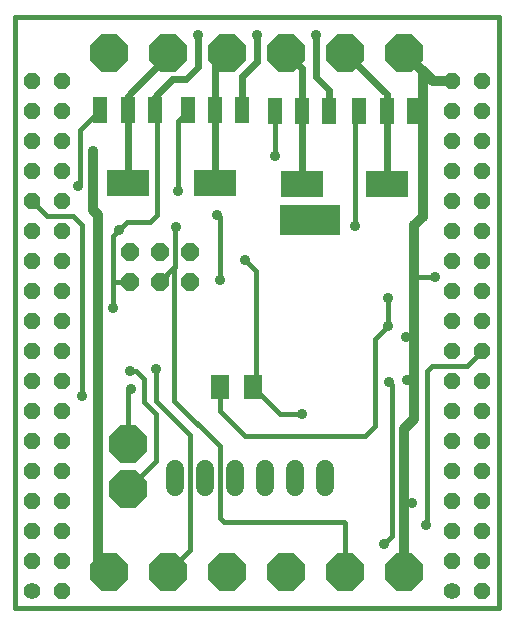
<source format=gbl>
G75*
%MOIN*%
%OFA0B0*%
%FSLAX24Y24*%
%IPPOS*%
%LPD*%
%AMOC8*
5,1,8,0,0,1.08239X$1,22.5*
%
%ADD10C,0.0160*%
%ADD11OC8,0.0600*%
%ADD12R,0.0480X0.0880*%
%ADD13R,0.1417X0.0866*%
%ADD14OC8,0.1250*%
%ADD15C,0.0600*%
%ADD16R,0.0630X0.0787*%
%ADD17C,0.0560*%
%ADD18OC8,0.0560*%
%ADD19R,0.2000X0.1000*%
%ADD20C,0.0356*%
%ADD21C,0.0320*%
%ADD22C,0.0240*%
%ADD23C,0.0060*%
D10*
X001046Y000180D02*
X017188Y000180D01*
X017188Y019865D01*
X001046Y019865D01*
X001046Y000180D01*
X004821Y004137D02*
X005758Y005074D01*
X005758Y006625D01*
X005355Y007028D01*
X005355Y007788D01*
X005077Y008066D01*
X004888Y008066D01*
X004912Y007475D02*
X004810Y007373D01*
X004810Y005641D01*
X005758Y007078D02*
X005758Y008133D01*
X005790Y008101D01*
X005758Y007078D02*
X006904Y005932D01*
X006904Y002101D01*
X006164Y001361D01*
X007888Y003168D02*
X007888Y005558D01*
X006371Y007076D01*
X006371Y011524D01*
X005884Y011038D01*
X006371Y011524D02*
X006384Y011538D01*
X006384Y012818D01*
X006432Y012865D01*
X005794Y013263D02*
X005794Y016704D01*
X005719Y016778D01*
X006475Y016420D02*
X006475Y014086D01*
X005794Y013263D02*
X005573Y013042D01*
X004782Y013042D01*
X004512Y012773D01*
X004317Y012578D01*
X004317Y011023D01*
X004337Y011023D01*
X004353Y011038D01*
X004884Y011038D01*
X004317Y011023D02*
X004317Y010192D01*
X004337Y010172D01*
X003294Y012936D02*
X002991Y013239D01*
X002113Y013239D01*
X001617Y013735D01*
X003164Y014235D02*
X003223Y014294D01*
X003223Y016101D01*
X003900Y016778D01*
X006475Y016420D02*
X006817Y016762D01*
X009719Y016747D02*
X009731Y016734D01*
X009731Y015223D01*
X010853Y013432D02*
X010884Y013097D01*
X011006Y013219D01*
X011050Y013263D01*
X011022Y013318D02*
X010845Y013141D01*
X010845Y013129D01*
X010853Y013432D01*
X012400Y012893D02*
X012400Y016613D01*
X012534Y016747D01*
X014640Y015589D02*
X014652Y015578D01*
X014361Y011267D02*
X014428Y011200D01*
X015065Y011200D01*
X014357Y009704D02*
X014361Y009700D01*
X014361Y009211D02*
X014077Y009211D01*
X013499Y009574D02*
X013073Y009149D01*
X013073Y006243D01*
X012731Y005900D01*
X008719Y005900D01*
X007880Y006739D01*
X007880Y007542D01*
X008983Y007542D02*
X009892Y006633D01*
X010640Y006633D01*
X009321Y007204D02*
X008983Y007542D01*
X009097Y007656D01*
X009097Y011404D01*
X008731Y011771D01*
X007884Y011109D02*
X007884Y013200D01*
X007806Y013278D01*
X003294Y012936D02*
X003294Y007239D01*
X007888Y003168D02*
X008014Y003042D01*
X012022Y003042D01*
X012069Y002995D01*
X012069Y001361D01*
X013369Y002314D02*
X013640Y002586D01*
X013640Y007601D01*
X013522Y007719D01*
X014117Y007759D02*
X014349Y007759D01*
X014361Y007771D01*
X014782Y008074D02*
X014782Y002960D01*
X014751Y002928D01*
X014786Y002963D01*
X014286Y003684D02*
X014050Y003684D01*
X014038Y003696D01*
X014782Y008074D02*
X014955Y008247D01*
X016128Y008247D01*
X016617Y008735D01*
X013499Y009574D02*
X013499Y010515D01*
D11*
X006884Y011038D03*
X005884Y011038D03*
X005884Y012038D03*
X006884Y012038D03*
X004884Y012038D03*
X004884Y011038D03*
D12*
X006817Y016762D03*
X007727Y016762D03*
X008637Y016762D03*
X009719Y016747D03*
X010628Y016747D03*
X011538Y016747D03*
X012534Y016747D03*
X013443Y016747D03*
X014353Y016747D03*
X005719Y016778D03*
X004810Y016778D03*
X003900Y016778D03*
D13*
X004810Y014338D03*
X007727Y014322D03*
X010628Y014306D03*
X013443Y014306D03*
D14*
X014038Y018684D03*
X012069Y018684D03*
X010101Y018684D03*
X008132Y018684D03*
X006164Y018684D03*
X004195Y018684D03*
X004810Y005641D03*
X004821Y004137D03*
X004195Y001361D03*
X006164Y001361D03*
X008132Y001361D03*
X010101Y001361D03*
X012069Y001361D03*
X014038Y001361D03*
D15*
X011400Y004199D02*
X011400Y004799D01*
X010400Y004799D02*
X010400Y004199D01*
X009400Y004199D02*
X009400Y004799D01*
X008400Y004799D02*
X008400Y004199D01*
X007400Y004199D02*
X007400Y004799D01*
X006400Y004799D02*
X006400Y004199D01*
D16*
X007880Y007542D03*
X008983Y007542D03*
D17*
X015617Y000735D03*
X001617Y000735D03*
D18*
X001617Y001735D03*
X001617Y002735D03*
X001617Y003735D03*
X001617Y004735D03*
X001617Y005735D03*
X001617Y006735D03*
X001617Y007735D03*
X001617Y008735D03*
X001617Y009735D03*
X001617Y010735D03*
X001617Y011735D03*
X001617Y012735D03*
X001617Y013735D03*
X001617Y014735D03*
X001617Y015735D03*
X001617Y016735D03*
X001617Y017735D03*
X002617Y017735D03*
X002617Y016735D03*
X002617Y015735D03*
X002617Y014735D03*
X002617Y013735D03*
X002617Y012735D03*
X002617Y011735D03*
X002617Y010735D03*
X002617Y009735D03*
X002617Y008735D03*
X002617Y007735D03*
X002617Y006735D03*
X002617Y005735D03*
X002617Y004735D03*
X002617Y003735D03*
X002617Y002735D03*
X002617Y001735D03*
X002617Y000735D03*
X015617Y001735D03*
X016617Y001735D03*
X016617Y000735D03*
X016617Y002735D03*
X016617Y003735D03*
X016617Y004735D03*
X016617Y005735D03*
X016617Y006735D03*
X016617Y007735D03*
X016617Y008735D03*
X016617Y009735D03*
X016617Y010735D03*
X016617Y011735D03*
X016617Y012735D03*
X016617Y013735D03*
X016617Y014735D03*
X016617Y015735D03*
X016617Y016735D03*
X016617Y017735D03*
X015617Y017735D03*
X015617Y016735D03*
X015617Y015735D03*
X015617Y014735D03*
X015617Y013735D03*
X015617Y012735D03*
X015617Y011735D03*
X015617Y010735D03*
X015617Y009735D03*
X015617Y008735D03*
X015617Y007735D03*
X015617Y006735D03*
X015617Y005735D03*
X015617Y004735D03*
X015617Y003735D03*
X015617Y002735D03*
D19*
X010884Y013089D03*
D20*
X010853Y013432D03*
X012400Y012893D03*
X013499Y010515D03*
X013499Y009574D03*
X014077Y009211D03*
X014117Y007759D03*
X013522Y007719D03*
X010640Y006633D03*
X014286Y003684D03*
X014751Y002928D03*
X013369Y002314D03*
X005758Y008133D03*
X004888Y008066D03*
X004912Y007475D03*
X003294Y007239D03*
X004337Y010172D03*
X004512Y012773D03*
X003164Y014235D03*
X003668Y015420D03*
X006475Y014086D03*
X006432Y012865D03*
X007806Y013278D03*
X008731Y011771D03*
X007884Y011109D03*
X009731Y015223D03*
X009109Y019271D03*
X007152Y019282D03*
X011101Y019271D03*
X015065Y011200D03*
D21*
X014361Y011267D02*
X014361Y012928D01*
X014652Y013219D01*
X014652Y015578D01*
X014652Y016798D01*
X014601Y016747D01*
X014353Y016747D01*
X014652Y016798D02*
X014652Y018070D01*
X014987Y017735D01*
X015617Y017735D01*
X014652Y018070D02*
X014038Y018684D01*
X014361Y011267D02*
X014361Y009700D01*
X014361Y009211D01*
X014361Y007771D01*
X014361Y006471D01*
X014038Y006149D01*
X014038Y003696D01*
X014038Y001361D01*
X004195Y001361D02*
X003841Y001715D01*
X003841Y013255D01*
X003668Y013428D01*
X003668Y015420D01*
D22*
X004810Y014338D02*
X004810Y016778D01*
X004810Y017239D01*
X006164Y018593D01*
X006164Y018684D01*
X006306Y017806D02*
X006747Y017806D01*
X007152Y018211D01*
X007152Y019282D01*
X008132Y018684D02*
X007727Y018278D01*
X007727Y016762D01*
X007727Y014322D01*
X008637Y016762D02*
X008637Y017901D01*
X009113Y018377D01*
X009113Y019267D01*
X009109Y019271D01*
X010101Y018684D02*
X010628Y018156D01*
X010628Y016747D01*
X010628Y014306D01*
X011538Y016747D02*
X011538Y017443D01*
X011101Y017881D01*
X011101Y019271D01*
X012069Y018684D02*
X013443Y017310D01*
X013443Y016747D01*
X013443Y014306D01*
X006306Y017806D02*
X005719Y017220D01*
X005719Y016778D01*
D23*
X010884Y013089D02*
X011046Y013180D01*
X011006Y013219D01*
M02*

</source>
